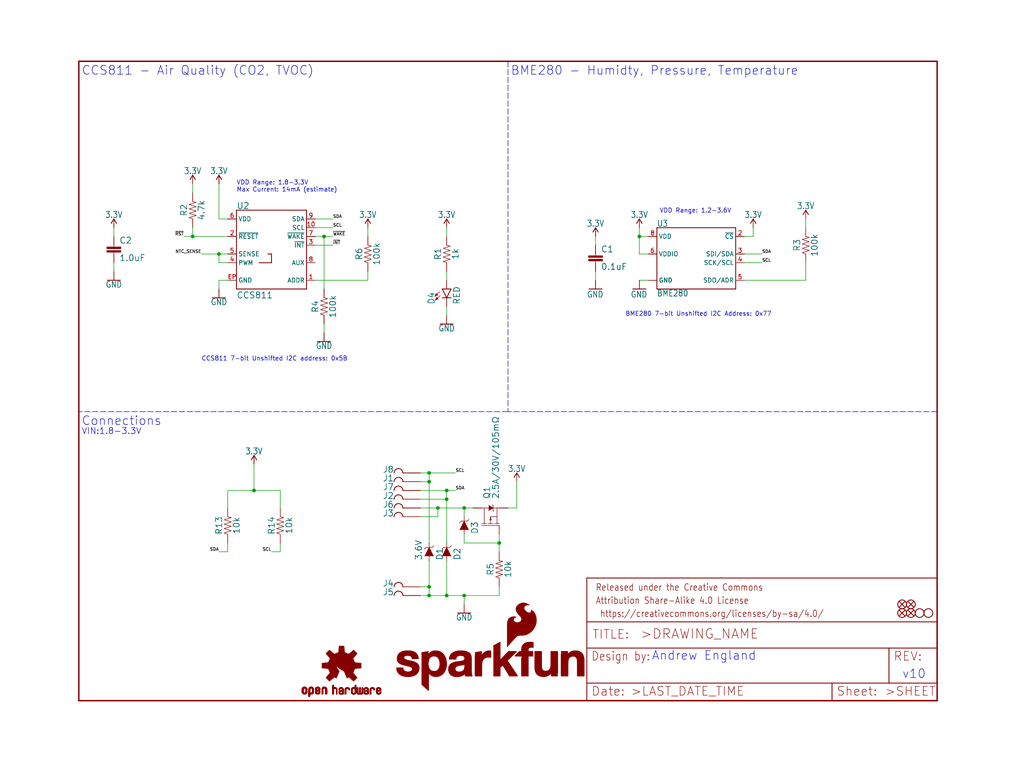
<source format=kicad_sch>
(kicad_sch (version 20211123) (generator eeschema)
  (paper "User" 297.002 223.926)
  (lib_symbols
    (symbol "eagleSchem-eagle-import:0.1UF-0603-25V-(+80{slash}-20%)"
      (property "Reference" "C" (at 1.524 2.921 0))
      (property "Value" "0.1UF-0603-25V-(+80{slash}-20%)" (at 1.524 -2.159 0))
      (symbol "0.1UF-0603-25V-(+80{slash}-20%)_1_0"
        (pin passive line (at 0 5.08 270) (length 2.54) (name "1") (number "1"))
        (pin passive line (at 0 -2.54 90) (length 2.54) (name "2") (number "2"))
      )
    )
    (symbol "eagleSchem-eagle-import:1.0UF-0603-16V-10%"
      (property "Reference" "C" (at 1.524 2.921 0))
      (property "Value" "1.0UF-0603-16V-10%" (at 1.524 -2.159 0))
      (symbol "1.0UF-0603-16V-10%_1_0"
        (pin passive line (at 0 5.08 270) (length 2.54) (name "1") (number "1"))
        (pin passive line (at 0 -2.54 90) (length 2.54) (name "2") (number "2"))
      )
    )
    (symbol "eagleSchem-eagle-import:100KOHM-0603-1{slash}10W-1%"
      (property "Reference" "R" (at 0 1.524 0))
      (property "Value" "100KOHM-0603-1{slash}10W-1%" (at 0 -1.524 0))
      (symbol "100KOHM-0603-1{slash}10W-1%_1_0"
        (pin passive line (at -5.08 0 0) (length 2.54) (name "1") (number "1"))
        (pin passive line (at 5.08 0 180) (length 2.54) (name "2") (number "2"))
      )
    )
    (symbol "eagleSchem-eagle-import:10KOHM-0603-1{slash}10W-1%"
      (property "Reference" "R" (at 0 1.524 0))
      (property "Value" "10KOHM-0603-1{slash}10W-1%" (at 0 -1.524 0))
      (symbol "10KOHM-0603-1{slash}10W-1%_1_0"
        (pin passive line (at -5.08 0 0) (length 2.54) (name "1") (number "1"))
        (pin passive line (at 5.08 0 180) (length 2.54) (name "2") (number "2"))
      )
    )
    (symbol "eagleSchem-eagle-import:1KOHM-0603-1{slash}10W-1%"
      (property "Reference" "R" (at 0 1.524 0))
      (property "Value" "1KOHM-0603-1{slash}10W-1%" (at 0 -1.524 0))
      (symbol "1KOHM-0603-1{slash}10W-1%_1_0"
        (pin passive line (at -5.08 0 0) (length 2.54) (name "1") (number "1"))
        (pin passive line (at 5.08 0 180) (length 2.54) (name "2") (number "2"))
      )
    )
    (symbol "eagleSchem-eagle-import:3.3V" (power)
      (property "Value" "3.3V" (at 0 2.794 0))
      (symbol "3.3V_1_0"
        (pin power_in line (at 0 0 90) (length 2.54) (name "3.3V") (number "1"))
      )
    )
    (symbol "eagleSchem-eagle-import:4.7KOHM-0603-1{slash}10W-1%"
      (property "Reference" "R" (at 0 1.524 0))
      (property "Value" "4.7KOHM-0603-1{slash}10W-1%" (at 0 -1.524 0))
      (symbol "4.7KOHM-0603-1{slash}10W-1%_1_0"
        (pin passive line (at -5.08 0 0) (length 2.54) (name "1") (number "1"))
        (pin passive line (at 5.08 0 180) (length 2.54) (name "2") (number "2"))
      )
    )
    (symbol "eagleSchem-eagle-import:BME280"
      (property "Reference" "U" (at -10.16 7.874 0))
      (property "Value" "BME280" (at -10.16 -10.414 0))
      (symbol "BME280_1_0"
        (pin bidirectional line (at -12.7 -7.62 0) (length 2.54) (name "GND") (number "1"))
        (pin bidirectional line (at 15.24 5.08 180) (length 2.54) (name "~{CS}") (number "2"))
        (pin bidirectional line (at 15.24 0 180) (length 2.54) (name "SDI/SDA") (number "3"))
        (pin bidirectional line (at 15.24 -2.54 180) (length 2.54) (name "SCK/SCL") (number "4"))
        (pin bidirectional line (at 15.24 -7.62 180) (length 2.54) (name "SDO/ADR") (number "5"))
        (pin bidirectional line (at -12.7 0 0) (length 2.54) (name "VDDIO") (number "6"))
        (pin bidirectional line (at -12.7 -7.62 0) (length 2.54) (name "GND") (number "7"))
        (pin bidirectional line (at -12.7 5.08 0) (length 2.54) (name "VDD") (number "8"))
      )
    )
    (symbol "eagleSchem-eagle-import:CCS811PRODUCTION"
      (property "Reference" "U" (at -10.16 10.414 0))
      (property "Value" "CCS811PRODUCTION" (at -10.16 -15.494 0))
      (symbol "CCS811PRODUCTION_1_0"
        (pin bidirectional line (at 12.7 -10.16 180) (length 2.54) (name "ADDR") (number "1"))
        (pin bidirectional line (at 12.7 5.08 180) (length 2.54) (name "SCL") (number "10"))
        (pin bidirectional line (at -12.7 2.54 0) (length 2.54) (name "~{RESET}") (number "2"))
        (pin bidirectional line (at 12.7 0 180) (length 2.54) (name "~{INT}") (number "3"))
        (pin bidirectional line (at -12.7 -5.08 0) (length 2.54) (name "PWM") (number "4"))
        (pin bidirectional line (at -12.7 -2.54 0) (length 2.54) (name "SENSE") (number "5"))
        (pin bidirectional line (at -12.7 7.62 0) (length 2.54) (name "VDD") (number "6"))
        (pin bidirectional line (at 12.7 2.54 180) (length 2.54) (name "~{WAKE}") (number "7"))
        (pin bidirectional line (at 12.7 -5.08 180) (length 2.54) (name "AUX") (number "8"))
        (pin bidirectional line (at 12.7 7.62 180) (length 2.54) (name "SDA") (number "9"))
        (pin bidirectional line (at -12.7 -10.16 0) (length 2.54) (name "GND") (number "EP"))
      )
    )
    (symbol "eagleSchem-eagle-import:DIODE-ZENER-BZT52C3V6S"
      (property "Reference" "D" (at -2.54 2.032 0))
      (property "Value" "DIODE-ZENER-BZT52C3V6S" (at -2.54 -2.032 0))
      (symbol "DIODE-ZENER-BZT52C3V6S_1_0"
        (pin passive line (at -2.54 0 0) (length 0) (name "A") (number "A"))
        (pin passive line (at 2.54 0 180) (length 0) (name "C") (number "C"))
      )
    )
    (symbol "eagleSchem-eagle-import:FIDUCIAL1X2")
    (symbol "eagleSchem-eagle-import:FRAME-LETTER"
      (symbol "FRAME-LETTER_2_0"
        (text " https://creativecommons.org/licenses/by-sa/4.0/" (at 2.54 24.13 0) (effects (font (size 1.9304 1.6408)) (justify left bottom)))
        (text ">DRAWING_NAME" (at 15.494 17.78 0) (effects (font (size 2.7432 2.7432)) (justify left bottom)))
        (text ">LAST_DATE_TIME" (at 12.7 1.27 0) (effects (font (size 2.54 2.54)) (justify left bottom)))
        (text ">SHEET" (at 86.36 1.27 0) (effects (font (size 2.54 2.54)) (justify left bottom)))
        (text "Attribution Share-Alike 4.0 License" (at 2.54 27.94 0) (effects (font (size 1.9304 1.6408)) (justify left bottom)))
        (text "Date:" (at 1.27 1.27 0) (effects (font (size 2.54 2.54)) (justify left bottom)))
        (text "Design by:" (at 1.27 11.43 0) (effects (font (size 2.54 2.159)) (justify left bottom)))
        (text "Released under the Creative Commons" (at 2.54 31.75 0) (effects (font (size 1.9304 1.6408)) (justify left bottom)))
        (text "REV:" (at 88.9 11.43 0) (effects (font (size 2.54 2.54)) (justify left bottom)))
        (text "Sheet:" (at 72.39 1.27 0) (effects (font (size 2.54 2.54)) (justify left bottom)))
        (text "TITLE:" (at 1.524 17.78 0) (effects (font (size 2.54 2.54)) (justify left bottom)))
      )
    )
    (symbol "eagleSchem-eagle-import:GATORGATOR_MINI"
      (property "Reference" "J" (at 0 2.54 0))
      (property "Value" "GATORGATOR_MINI" (at -2.54 -5.08 0))
      (symbol "GATORGATOR_MINI_1_0"
        (pin bidirectional line (at -2.54 0 0) (length 5.08) (name "P$1") (number "P$2"))
      )
    )
    (symbol "eagleSchem-eagle-import:GND" (power)
      (property "Value" "GND" (at 0 -0.254 0))
      (symbol "GND_1_0"
        (pin power_in line (at 0 2.54 270) (length 2.54) (name "GND") (number "1"))
      )
    )
    (symbol "eagleSchem-eagle-import:LED-RED0603"
      (property "Reference" "D" (at -3.429 -4.572 90))
      (property "Value" "LED-RED0603" (at 1.905 -4.572 90))
      (symbol "LED-RED0603_1_0"
        (pin passive line (at 0 2.54 270) (length 2.54) (name "A") (number "A"))
        (pin passive line (at 0 -5.08 90) (length 2.54) (name "C") (number "C"))
      )
    )
    (symbol "eagleSchem-eagle-import:MOSFET_PCH-DMG2307L"
      (property "Reference" "Q" (at 5.08 0 0))
      (property "Value" "MOSFET_PCH-DMG2307L" (at 5.08 -2.54 0))
      (symbol "MOSFET_PCH-DMG2307L_1_0"
        (pin bidirectional line (at -5.08 -2.54 0) (length 2.54) (name "G") (number "1"))
        (pin bidirectional line (at 2.54 -5.08 90) (length 2.54) (name "S") (number "2"))
        (pin bidirectional line (at 2.54 5.08 270) (length 2.54) (name "D") (number "3"))
      )
    )
    (symbol "eagleSchem-eagle-import:OSHW-LOGOS")
    (symbol "eagleSchem-eagle-import:SFE_LOGO_NAME.1_INCH")
    (symbol "eagleSchem-eagle-import:SFE_LOGO_NAME_FLAME.1_INCH")
    (symbol "eagleSchem-eagle-import:STAND-OFF")
  )
  (junction (at 124.46 137.16))
  (junction (at 129.54 172.72))
  (junction (at 127 147.32))
  (junction (at 134.62 172.72))
  (junction (at 124.46 139.7))
  (junction (at 144.78 157.48))
  (junction (at 129.54 144.78))
  (junction (at 73.66 142.24))
  (junction (at 63.5 73.66))
  (junction (at 134.62 147.32))
  (junction (at 185.42 68.58))
  (junction (at 124.46 170.18))
  (junction (at 93.98 68.58))
  (junction (at 129.54 142.24))
  (junction (at 55.88 68.58))
  (junction (at 124.46 172.72))
  (wire (pts (xy 121.92 139.7) (xy 124.46 139.7)))
  (wire (pts (xy 66.04 81.28) (xy 63.5 81.28)))
  (wire (pts (xy 93.98 68.58) (xy 96.52 68.58)))
  (wire (pts (xy 124.46 172.72) (xy 129.54 172.72)))
  (wire (pts (xy 149.86 147.32) (xy 147.32 147.32)))
  (wire (pts (xy 63.5 76.2) (xy 66.04 76.2)))
  (wire (pts (xy 129.54 68.58) (xy 129.54 66.04)))
  (wire (pts (xy 187.96 73.66) (xy 185.42 73.66)))
  (wire (pts (xy 124.46 137.16) (xy 132.08 137.16)))
  (wire (pts (xy 129.54 172.72) (xy 129.54 162.56)))
  (wire (pts (xy 233.68 63.5) (xy 233.68 66.04)))
  (polyline (pts (xy 147.32 119.38) (xy 22.86 119.38)))
  (wire (pts (xy 129.54 142.24) (xy 129.54 144.78)))
  (wire (pts (xy 124.46 170.18) (xy 121.92 170.18)))
  (wire (pts (xy 81.28 147.32) (xy 81.28 142.24)))
  (wire (pts (xy 218.44 66.04) (xy 218.44 68.58)))
  (wire (pts (xy 185.42 73.66) (xy 185.42 68.58)))
  (wire (pts (xy 215.9 81.28) (xy 233.68 81.28)))
  (wire (pts (xy 66.04 73.66) (xy 63.5 73.66)))
  (wire (pts (xy 66.04 142.24) (xy 73.66 142.24)))
  (wire (pts (xy 91.44 81.28) (xy 106.68 81.28)))
  (wire (pts (xy 215.9 76.2) (xy 220.98 76.2)))
  (wire (pts (xy 93.98 83.82) (xy 93.98 68.58)))
  (wire (pts (xy 33.02 78.74) (xy 33.02 76.2)))
  (wire (pts (xy 121.92 137.16) (xy 124.46 137.16)))
  (wire (pts (xy 121.92 144.78) (xy 129.54 144.78)))
  (wire (pts (xy 187.96 81.28) (xy 185.42 81.28)))
  (wire (pts (xy 106.68 81.28) (xy 106.68 78.74)))
  (wire (pts (xy 66.04 157.48) (xy 66.04 160.02)))
  (wire (pts (xy 121.92 172.72) (xy 124.46 172.72)))
  (wire (pts (xy 63.5 160.02) (xy 66.04 160.02)))
  (polyline (pts (xy 271.78 119.38) (xy 147.32 119.38)))
  (wire (pts (xy 63.5 73.66) (xy 58.42 73.66)))
  (wire (pts (xy 121.92 142.24) (xy 129.54 142.24)))
  (wire (pts (xy 66.04 63.5) (xy 63.5 63.5)))
  (wire (pts (xy 149.86 139.7) (xy 149.86 147.32)))
  (wire (pts (xy 144.78 157.48) (xy 144.78 154.94)))
  (wire (pts (xy 66.04 68.58) (xy 55.88 68.58)))
  (wire (pts (xy 185.42 68.58) (xy 185.42 66.04)))
  (wire (pts (xy 137.16 147.32) (xy 134.62 147.32)))
  (wire (pts (xy 144.78 170.18) (xy 144.78 172.72)))
  (wire (pts (xy 91.44 63.5) (xy 96.52 63.5)))
  (wire (pts (xy 66.04 147.32) (xy 66.04 142.24)))
  (wire (pts (xy 129.54 172.72) (xy 134.62 172.72)))
  (wire (pts (xy 124.46 137.16) (xy 124.46 139.7)))
  (wire (pts (xy 55.88 68.58) (xy 53.34 68.58)))
  (wire (pts (xy 73.66 142.24) (xy 81.28 142.24)))
  (wire (pts (xy 63.5 63.5) (xy 63.5 53.34)))
  (wire (pts (xy 134.62 172.72) (xy 134.62 175.26)))
  (wire (pts (xy 172.72 71.12) (xy 172.72 68.58)))
  (wire (pts (xy 91.44 68.58) (xy 93.98 68.58)))
  (wire (pts (xy 215.9 73.66) (xy 220.98 73.66)))
  (wire (pts (xy 106.68 66.04) (xy 106.68 68.58)))
  (wire (pts (xy 81.28 157.48) (xy 81.28 160.02)))
  (wire (pts (xy 144.78 172.72) (xy 134.62 172.72)))
  (wire (pts (xy 124.46 172.72) (xy 124.46 170.18)))
  (wire (pts (xy 129.54 142.24) (xy 132.08 142.24)))
  (wire (pts (xy 93.98 96.52) (xy 93.98 93.98)))
  (wire (pts (xy 127 147.32) (xy 134.62 147.32)))
  (wire (pts (xy 129.54 78.74) (xy 129.54 81.28)))
  (wire (pts (xy 233.68 81.28) (xy 233.68 76.2)))
  (wire (pts (xy 134.62 157.48) (xy 144.78 157.48)))
  (wire (pts (xy 129.54 88.9) (xy 129.54 91.44)))
  (wire (pts (xy 129.54 144.78) (xy 129.54 157.48)))
  (wire (pts (xy 33.02 66.04) (xy 33.02 68.58)))
  (wire (pts (xy 144.78 157.48) (xy 144.78 160.02)))
  (polyline (pts (xy 147.32 17.78) (xy 147.32 119.38)))
  (wire (pts (xy 121.92 147.32) (xy 127 147.32)))
  (wire (pts (xy 127 149.86) (xy 127 147.32)))
  (wire (pts (xy 134.62 154.94) (xy 134.62 157.48)))
  (wire (pts (xy 134.62 147.32) (xy 134.62 149.86)))
  (wire (pts (xy 63.5 81.28) (xy 63.5 83.82)))
  (wire (pts (xy 124.46 170.18) (xy 124.46 162.56)))
  (wire (pts (xy 73.66 134.62) (xy 73.66 142.24)))
  (wire (pts (xy 185.42 68.58) (xy 187.96 68.58)))
  (wire (pts (xy 124.46 139.7) (xy 124.46 157.48)))
  (wire (pts (xy 81.28 160.02) (xy 78.74 160.02)))
  (wire (pts (xy 121.92 149.86) (xy 127 149.86)))
  (wire (pts (xy 63.5 73.66) (xy 63.5 76.2)))
  (wire (pts (xy 172.72 81.28) (xy 172.72 78.74)))
  (wire (pts (xy 215.9 68.58) (xy 218.44 68.58)))
  (wire (pts (xy 55.88 68.58) (xy 55.88 66.04)))
  (wire (pts (xy 55.88 53.34) (xy 55.88 55.88)))
  (wire (pts (xy 91.44 71.12) (xy 96.52 71.12)))
  (wire (pts (xy 91.44 66.04) (xy 96.52 66.04)))
  (text "Connections" (at 23.622 123.698 180) (effects (font (size 2.54 2.54)) (justify left bottom)))
  (text "BME280 - Humidty, Pressure, Temperature" (at 148.082 22.098 180) (effects (font (size 2.54 2.54)) (justify left bottom)))
  (text "CCS811 - Air Quality (CO2, TVOC)" (at 23.622 22.098 180) (effects (font (size 2.54 2.54)) (justify left bottom)))
  (text "VIN:1.8-3.3V" (at 23.622 126.238 180) (effects (font (size 1.778 1.778)) (justify left bottom)))
  (text "v10" (at 261.62 195.58 180) (effects (font (size 2.54 2.54)) (justify left)))
  (text "VDD Range: 1.2-3.6V" (at 191.262 61.976 180) (effects (font (size 1.27 1.27)) (justify left bottom)))
  (text "BME280 7-bit Unshifted I2C Address: 0x77" (at 181.356 90.424 180) (effects (font (size 1.27 1.27)) (justify left top)))
  (text "Andrew England" (at 188.976 191.77 180) (effects (font (size 2.54 2.54)) (justify left bottom)))
  (text "VDD Range: 1.8-3.3V\nMax Current: 14mA (estimate)" (at 68.58 55.88 180) (effects (font (size 1.27 1.27)) (justify left bottom)))
  (text "CCS811 7-bit Unshifted I2C address: 0x5B" (at 58.42 104.14 180) (effects (font (size 1.27 1.27)) (justify left)))
  (label "SDA" (at 220.98 73.66 0) (effects (font (size 0.889 0.889))))
  (label "SDA" (at 96.52 63.5 0) (effects (font (size 0.889 0.889))))
  (label "SCL" (at 78.74 160.02 180) (effects (font (size 0.889 0.889))))
  (label "SCL" (at 96.52 66.04 0) (effects (font (size 0.889 0.889))))
  (label "~{INT}" (at 96.52 71.12 0) (effects (font (size 0.889 0.889))))
  (label "SDA" (at 63.5 160.02 180) (effects (font (size 0.889 0.889))))
  (label "SDA" (at 132.08 142.24 0) (effects (font (size 0.889 0.889))))
  (label "SCL" (at 220.98 76.2 0) (effects (font (size 0.889 0.889))))
  (label "SCL" (at 132.08 137.16 0) (effects (font (size 0.889 0.889))))
  (label "NTC_SENSE" (at 58.42 73.66 180) (effects (font (size 0.889 0.889))))
  (label "~{RST}" (at 53.34 68.58 180) (effects (font (size 0.889 0.889))))
  (label "~{WAKE}" (at 96.52 68.58 0) (effects (font (size 0.889 0.889))))
  (symbol (lib_id "eagleSchem-eagle-import:STAND-OFF") (at 269.24 177.8 0) (unit 1)
    (property "Reference" "H4" (effects hide))
    (property "Value" "STAND-OFF" (effects hide))
    (property "Footprint" "eagleSchem:STAND-OFF" (effects hide))
  )
  (symbol (lib_id "eagleSchem-eagle-import:4.7KOHM-0603-1{slash}10W-1%") (at 55.88 60.96 90) (unit 1)
    (property "Reference" "R2" (at 54.356 60.96 0) (effects (font (size 1.778 1.778)) (justify bottom)))
    (property "Value" "4.7k" (at 57.404 60.96 0) (effects (font (size 1.778 1.778)) (justify top)))
    (property "Footprint" "eagleSchem:0603" (effects hide))
  )
  (symbol (lib_id "eagleSchem-eagle-import:CCS811PRODUCTION") (at 78.74 71.12 0) (unit 1)
    (property "Reference" "U2" (at 68.58 60.706 0) (effects (font (size 1.778 1.778)) (justify left bottom)))
    (property "Value" "CCS811" (at 68.58 86.614 0) (effects (font (size 1.778 1.778)) (justify left bottom)))
    (property "Footprint" "eagleSchem:LGA10" (effects hide))
  )
  (symbol (lib_id "eagleSchem-eagle-import:100KOHM-0603-1{slash}10W-1%") (at 106.68 73.66 90) (unit 1)
    (property "Reference" "R6" (at 105.156 73.66 0) (effects (font (size 1.778 1.778)) (justify bottom)))
    (property "Value" "100k" (at 108.204 73.66 0) (effects (font (size 1.778 1.778)) (justify top)))
    (property "Footprint" "eagleSchem:0603" (effects hide))
  )
  (symbol (lib_id "eagleSchem-eagle-import:3.3V") (at 55.88 53.34 0) (unit 1)
    (property "Reference" "#SUPPLY2" (effects hide))
    (property "Value" "3.3V" (at 55.88 50.546 0) (effects (font (size 1.778 1.5113)) (justify bottom)))
    (property "Footprint" "eagleSchem:" (effects hide))
  )
  (symbol (lib_id "eagleSchem-eagle-import:BME280") (at 200.66 73.66 0) (unit 1)
    (property "Reference" "U3" (at 190.5 65.786 0) (effects (font (size 1.778 1.5113)) (justify left bottom)))
    (property "Value" "BME280" (at 190.5 84.074 0) (effects (font (size 1.778 1.5113)) (justify left top)))
    (property "Footprint" "eagleSchem:LGA-8-2.5X2.5" (effects hide))
  )
  (symbol (lib_id "eagleSchem-eagle-import:3.3V") (at 172.72 68.58 0) (unit 1)
    (property "Reference" "#SUPPLY14" (effects hide))
    (property "Value" "3.3V" (at 172.72 65.786 0) (effects (font (size 1.778 1.5113)) (justify bottom)))
    (property "Footprint" "eagleSchem:" (effects hide))
  )
  (symbol (lib_id "eagleSchem-eagle-import:GND") (at 185.42 83.82 0) (unit 1)
    (property "Reference" "#GND2" (effects hide))
    (property "Value" "GND" (at 182.88 86.36 0) (effects (font (size 1.778 1.5113)) (justify left bottom)))
    (property "Footprint" "eagleSchem:" (effects hide))
  )
  (symbol (lib_id "eagleSchem-eagle-import:GND") (at 134.62 177.8 0) (unit 1)
    (property "Reference" "#GND1" (effects hide))
    (property "Value" "GND" (at 134.62 178.054 0) (effects (font (size 1.778 1.5113)) (justify top)))
    (property "Footprint" "eagleSchem:" (effects hide))
  )
  (symbol (lib_id "eagleSchem-eagle-import:GND") (at 93.98 99.06 0) (unit 1)
    (property "Reference" "#GND5" (effects hide))
    (property "Value" "GND" (at 93.98 99.314 0) (effects (font (size 1.778 1.5113)) (justify top)))
    (property "Footprint" "eagleSchem:" (effects hide))
  )
  (symbol (lib_id "eagleSchem-eagle-import:FIDUCIAL1X2") (at 264.16 175.26 0) (unit 1)
    (property "Reference" "FD3" (effects hide))
    (property "Value" "FIDUCIAL1X2" (effects hide))
    (property "Footprint" "eagleSchem:FIDUCIAL-1X2" (effects hide))
  )
  (symbol (lib_id "eagleSchem-eagle-import:DIODE-ZENER-BZT52C3V6S") (at 129.54 160.02 270) (mirror x) (unit 1)
    (property "Reference" "D2" (at 131.572 162.56 0) (effects (font (size 1.778 1.778)) (justify left bottom)))
    (property "Value" "3.6V" (effects hide))
    (property "Footprint" "eagleSchem:SOD-323" (effects hide))
  )
  (symbol (lib_id "eagleSchem-eagle-import:GATORGATOR_MINI") (at 119.38 147.32 0) (mirror y) (unit 1)
    (property "Reference" "J6" (at 114.3 147.32 0) (effects (font (size 1.778 1.778)) (justify left bottom)))
    (property "Value" "GATORGATOR_MINI" (effects hide))
    (property "Footprint" "eagleSchem:GATOR_MINI" (effects hide))
  )
  (symbol (lib_id "eagleSchem-eagle-import:MOSFET_PCH-DMG2307L") (at 142.24 149.86 90) (unit 1)
    (property "Reference" "Q1" (at 142.24 144.78 0) (effects (font (size 1.778 1.778)) (justify left bottom)))
    (property "Value" "2.5A/30V/105mΩ" (at 144.78 144.78 0) (effects (font (size 1.778 1.778)) (justify left bottom)))
    (property "Footprint" "eagleSchem:SOT23-3" (effects hide))
  )
  (symbol (lib_id "eagleSchem-eagle-import:FIDUCIAL1X2") (at 261.62 175.26 0) (unit 1)
    (property "Reference" "FD2" (effects hide))
    (property "Value" "FIDUCIAL1X2" (effects hide))
    (property "Footprint" "eagleSchem:FIDUCIAL-1X2" (effects hide))
  )
  (symbol (lib_id "eagleSchem-eagle-import:GATORGATOR_MINI") (at 119.38 139.7 0) (mirror y) (unit 1)
    (property "Reference" "J1" (at 114.3 139.7 0) (effects (font (size 1.778 1.778)) (justify left bottom)))
    (property "Value" "GATORGATOR_MINI" (effects hide))
    (property "Footprint" "eagleSchem:GATOR_MINI" (effects hide))
  )
  (symbol (lib_id "eagleSchem-eagle-import:GATORGATOR_MINI") (at 119.38 149.86 0) (mirror y) (unit 1)
    (property "Reference" "J3" (at 114.3 149.86 0) (effects (font (size 1.778 1.778)) (justify left bottom)))
    (property "Value" "GATORGATOR_MINI" (effects hide))
    (property "Footprint" "eagleSchem:GATOR_MINI" (effects hide))
  )
  (symbol (lib_id "eagleSchem-eagle-import:GATORGATOR_MINI") (at 119.38 170.18 0) (mirror y) (unit 1)
    (property "Reference" "J4" (at 114.3 170.18 0) (effects (font (size 1.778 1.778)) (justify left bottom)))
    (property "Value" "GATORGATOR_MINI" (effects hide))
    (property "Footprint" "eagleSchem:GATOR_MINI" (effects hide))
  )
  (symbol (lib_id "eagleSchem-eagle-import:OSHW-LOGOS") (at 99.06 193.04 0) (unit 1)
    (property "Reference" "LOGO4" (effects hide))
    (property "Value" "OSHW-LOGOS" (effects hide))
    (property "Footprint" "eagleSchem:OSHW-LOGO-S" (effects hide))
  )
  (symbol (lib_id "eagleSchem-eagle-import:3.3V") (at 149.86 139.7 0) (unit 1)
    (property "Reference" "#SUPPLY4" (effects hide))
    (property "Value" "3.3V" (at 149.86 136.906 0) (effects (font (size 1.778 1.5113)) (justify bottom)))
    (property "Footprint" "eagleSchem:" (effects hide))
  )
  (symbol (lib_id "eagleSchem-eagle-import:10KOHM-0603-1{slash}10W-1%") (at 144.78 165.1 90) (unit 1)
    (property "Reference" "R5" (at 143.256 165.1 0) (effects (font (size 1.778 1.778)) (justify bottom)))
    (property "Value" "10k" (at 146.304 165.1 0) (effects (font (size 1.778 1.778)) (justify top)))
    (property "Footprint" "eagleSchem:0603" (effects hide))
  )
  (symbol (lib_id "eagleSchem-eagle-import:0.1UF-0603-25V-(+80{slash}-20%)") (at 172.72 76.2 0) (unit 1)
    (property "Reference" "C1" (at 174.244 73.279 0) (effects (font (size 1.778 1.778)) (justify left bottom)))
    (property "Value" "0.1uF" (at 174.244 78.359 0) (effects (font (size 1.778 1.778)) (justify left bottom)))
    (property "Footprint" "eagleSchem:0603" (effects hide))
  )
  (symbol (lib_id "eagleSchem-eagle-import:3.3V") (at 33.02 66.04 0) (unit 1)
    (property "Reference" "#SUPPLY9" (effects hide))
    (property "Value" "3.3V" (at 33.02 63.246 0) (effects (font (size 1.778 1.5113)) (justify bottom)))
    (property "Footprint" "eagleSchem:" (effects hide))
  )
  (symbol (lib_id "eagleSchem-eagle-import:3.3V") (at 73.66 134.62 0) (unit 1)
    (property "Reference" "#SUPPLY18" (effects hide))
    (property "Value" "3.3V" (at 73.66 131.826 0) (effects (font (size 1.778 1.5113)) (justify bottom)))
    (property "Footprint" "eagleSchem:" (effects hide))
  )
  (symbol (lib_id "eagleSchem-eagle-import:GATORGATOR_MINI") (at 119.38 172.72 0) (mirror y) (unit 1)
    (property "Reference" "J5" (at 114.3 172.72 0) (effects (font (size 1.778 1.778)) (justify left bottom)))
    (property "Value" "GATORGATOR_MINI" (effects hide))
    (property "Footprint" "eagleSchem:GATOR_MINI" (effects hide))
  )
  (symbol (lib_id "eagleSchem-eagle-import:100KOHM-0603-1{slash}10W-1%") (at 233.68 71.12 90) (unit 1)
    (property "Reference" "R3" (at 232.156 71.12 0) (effects (font (size 1.778 1.778)) (justify bottom)))
    (property "Value" "100k" (at 235.204 71.12 0) (effects (font (size 1.778 1.778)) (justify top)))
    (property "Footprint" "eagleSchem:0603" (effects hide))
  )
  (symbol (lib_id "eagleSchem-eagle-import:3.3V") (at 185.42 66.04 0) (unit 1)
    (property "Reference" "#SUPPLY10" (effects hide))
    (property "Value" "3.3V" (at 185.42 63.246 0) (effects (font (size 1.778 1.5113)) (justify bottom)))
    (property "Footprint" "eagleSchem:" (effects hide))
  )
  (symbol (lib_id "eagleSchem-eagle-import:FRAME-LETTER") (at 22.86 203.2 0) (unit 1)
    (property "Reference" "FRAME1" (effects hide))
    (property "Value" "FRAME-LETTER" (effects hide))
    (property "Footprint" "eagleSchem:CREATIVE_COMMONS" (effects hide))
  )
  (symbol (lib_id "eagleSchem-eagle-import:LED-RED0603") (at 129.54 83.82 0) (unit 1)
    (property "Reference" "D4" (at 126.111 88.392 90) (effects (font (size 1.778 1.778)) (justify left bottom)))
    (property "Value" "RED" (at 131.445 88.392 90) (effects (font (size 1.778 1.778)) (justify left top)))
    (property "Footprint" "eagleSchem:LED-0603" (effects hide))
  )
  (symbol (lib_id "eagleSchem-eagle-import:GATORGATOR_MINI") (at 119.38 137.16 0) (mirror y) (unit 1)
    (property "Reference" "J8" (at 114.3 137.16 0) (effects (font (size 1.778 1.778)) (justify left bottom)))
    (property "Value" "GATORGATOR_MINI" (effects hide))
    (property "Footprint" "eagleSchem:GATOR_MINI" (effects hide))
  )
  (symbol (lib_id "eagleSchem-eagle-import:SFE_LOGO_NAME.1_INCH") (at 113.03 200.152 0) (unit 1)
    (property "Reference" "LOGO1" (effects hide))
    (property "Value" "SFE_LOGO_NAME.1_INCH" (effects hide))
    (property "Footprint" "eagleSchem:SFE_LOGO_NAME_.1" (effects hide))
  )
  (symbol (lib_id "eagleSchem-eagle-import:10KOHM-0603-1{slash}10W-1%") (at 66.04 152.4 90) (unit 1)
    (property "Reference" "R13" (at 64.516 152.4 0) (effects (font (size 1.778 1.778)) (justify bottom)))
    (property "Value" "10k" (at 67.564 152.4 0) (effects (font (size 1.778 1.778)) (justify top)))
    (property "Footprint" "eagleSchem:0603" (effects hide))
  )
  (symbol (lib_id "eagleSchem-eagle-import:3.3V") (at 233.68 63.5 0) (unit 1)
    (property "Reference" "#SUPPLY6" (effects hide))
    (property "Value" "3.3V" (at 233.68 60.706 0) (effects (font (size 1.778 1.5113)) (justify bottom)))
    (property "Footprint" "eagleSchem:" (effects hide))
  )
  (symbol (lib_id "eagleSchem-eagle-import:SFE_LOGO_NAME_FLAME.1_INCH") (at 114.3 200.66 0) (unit 1)
    (property "Reference" "LOGO2" (effects hide))
    (property "Value" "SFE_LOGO_NAME_FLAME.1_INCH" (effects hide))
    (property "Footprint" "eagleSchem:SFE_LOGO_NAME_FLAME_.1" (effects hide))
  )
  (symbol (lib_id "eagleSchem-eagle-import:100KOHM-0603-1{slash}10W-1%") (at 93.98 88.9 90) (unit 1)
    (property "Reference" "R4" (at 92.456 88.9 0) (effects (font (size 1.778 1.778)) (justify bottom)))
    (property "Value" "100k" (at 95.504 88.9 0) (effects (font (size 1.778 1.778)) (justify top)))
    (property "Footprint" "eagleSchem:0603" (effects hide))
  )
  (symbol (lib_id "eagleSchem-eagle-import:GND") (at 63.5 86.36 0) (unit 1)
    (property "Reference" "#GND3" (effects hide))
    (property "Value" "GND" (at 63.5 86.614 0) (effects (font (size 1.778 1.5113)) (justify top)))
    (property "Footprint" "eagleSchem:" (effects hide))
  )
  (symbol (lib_id "eagleSchem-eagle-import:1.0UF-0603-16V-10%") (at 33.02 73.66 0) (unit 1)
    (property "Reference" "C2" (at 34.544 70.739 0) (effects (font (size 1.778 1.778)) (justify left bottom)))
    (property "Value" "1.0uF" (at 34.544 75.819 0) (effects (font (size 1.778 1.778)) (justify left bottom)))
    (property "Footprint" "eagleSchem:0603" (effects hide))
  )
  (symbol (lib_id "eagleSchem-eagle-import:GND") (at 33.02 81.28 0) (unit 1)
    (property "Reference" "#GND6" (effects hide))
    (property "Value" "GND" (at 33.02 81.534 0) (effects (font (size 1.778 1.5113)) (justify top)))
    (property "Footprint" "eagleSchem:" (effects hide))
  )
  (symbol (lib_id "eagleSchem-eagle-import:3.3V") (at 106.68 66.04 0) (unit 1)
    (property "Reference" "#SUPPLY11" (effects hide))
    (property "Value" "3.3V" (at 106.68 63.246 0) (effects (font (size 1.778 1.5113)) (justify bottom)))
    (property "Footprint" "eagleSchem:" (effects hide))
  )
  (symbol (lib_id "eagleSchem-eagle-import:GND") (at 172.72 83.82 0) (unit 1)
    (property "Reference" "#GND7" (effects hide))
    (property "Value" "GND" (at 170.18 86.36 0) (effects (font (size 1.778 1.5113)) (justify left bottom)))
    (property "Footprint" "eagleSchem:" (effects hide))
  )
  (symbol (lib_id "eagleSchem-eagle-import:3.3V") (at 218.44 66.04 0) (unit 1)
    (property "Reference" "#SUPPLY12" (effects hide))
    (property "Value" "3.3V" (at 218.44 63.246 0) (effects (font (size 1.778 1.5113)) (justify bottom)))
    (property "Footprint" "eagleSchem:" (effects hide))
  )
  (symbol (lib_id "eagleSchem-eagle-import:1KOHM-0603-1{slash}10W-1%") (at 129.54 73.66 90) (unit 1)
    (property "Reference" "R1" (at 128.016 73.66 0) (effects (font (size 1.778 1.778)) (justify bottom)))
    (property "Value" "1k" (at 131.064 73.66 0) (effects (font (size 1.778 1.778)) (justify top)))
    (property "Footprint" "eagleSchem:0603" (effects hide))
  )
  (symbol (lib_id "eagleSchem-eagle-import:DIODE-ZENER-BZT52C3V6S") (at 134.62 152.4 270) (mirror x) (unit 1)
    (property "Reference" "D3" (at 136.652 154.94 0) (effects (font (size 1.778 1.778)) (justify left bottom)))
    (property "Value" "3.6V" (effects hide))
    (property "Footprint" "eagleSchem:SOD-323" (effects hide))
  )
  (symbol (lib_id "eagleSchem-eagle-import:DIODE-ZENER-BZT52C3V6S") (at 124.46 160.02 270) (mirror x) (unit 1)
    (property "Reference" "D1" (at 126.492 162.56 0) (effects (font (size 1.778 1.778)) (justify left bottom)))
    (property "Value" "3.6V" (at 122.428 162.56 0) (effects (font (size 1.778 1.778)) (justify left top)))
    (property "Footprint" "eagleSchem:SOD-323" (effects hide))
  )
  (symbol (lib_id "eagleSchem-eagle-import:FRAME-LETTER") (at 170.18 203.2 0) (unit 2)
    (property "Reference" "FRAME1" (effects hide))
    (property "Value" "FRAME-LETTER" (effects hide))
    (property "Footprint" "eagleSchem:CREATIVE_COMMONS" (effects hide))
  )
  (symbol (lib_id "eagleSchem-eagle-import:GND") (at 129.54 93.98 0) (unit 1)
    (property "Reference" "#GND4" (effects hide))
    (property "Value" "GND" (at 129.54 94.234 0) (effects (font (size 1.778 1.5113)) (justify top)))
    (property "Footprint" "eagleSchem:" (effects hide))
  )
  (symbol (lib_id "eagleSchem-eagle-import:STAND-OFF") (at 266.7 177.8 0) (unit 1)
    (property "Reference" "H2" (effects hide))
    (property "Value" "STAND-OFF" (effects hide))
    (property "Footprint" "eagleSchem:STAND-OFF" (effects hide))
  )
  (symbol (lib_id "eagleSchem-eagle-import:GATORGATOR_MINI") (at 119.38 144.78 0) (mirror y) (unit 1)
    (property "Reference" "J2" (at 114.3 144.78 0) (effects (font (size 1.778 1.778)) (justify left bottom)))
    (property "Value" "GATORGATOR_MINI" (effects hide))
    (property "Footprint" "eagleSchem:GATOR_MINI" (effects hide))
  )
  (symbol (lib_id "eagleSchem-eagle-import:3.3V") (at 63.5 53.34 0) (unit 1)
    (property "Reference" "#SUPPLY3" (effects hide))
    (property "Value" "3.3V" (at 63.5 50.546 0) (effects (font (size 1.778 1.5113)) (justify bottom)))
    (property "Footprint" "eagleSchem:" (effects hide))
  )
  (symbol (lib_id "eagleSchem-eagle-import:3.3V") (at 129.54 66.04 0) (unit 1)
    (property "Reference" "#SUPPLY1" (effects hide))
    (property "Value" "3.3V" (at 129.54 63.246 0) (effects (font (size 1.778 1.5113)) (justify bottom)))
    (property "Footprint" "eagleSchem:" (effects hide))
  )
  (symbol (lib_id "eagleSchem-eagle-import:GATORGATOR_MINI") (at 119.38 142.24 0) (mirror y) (unit 1)
    (property "Reference" "J7" (at 114.3 142.24 0) (effects (font (size 1.778 1.778)) (justify left bottom)))
    (property "Value" "GATORGATOR_MINI" (effects hide))
    (property "Footprint" "eagleSchem:GATOR_MINI" (effects hide))
  )
  (symbol (lib_id "eagleSchem-eagle-import:FIDUCIAL1X2") (at 261.62 177.8 0) (unit 1)
    (property "Reference" "FD1" (effects hide))
    (property "Value" "FIDUCIAL1X2" (effects hide))
    (property "Footprint" "eagleSchem:FIDUCIAL-1X2" (effects hide))
  )
  (symbol (lib_id "eagleSchem-eagle-import:FIDUCIAL1X2") (at 264.16 177.8 0) (unit 1)
    (property "Reference" "FD4" (effects hide))
    (property "Value" "FIDUCIAL1X2" (effects hide))
    (property "Footprint" "eagleSchem:FIDUCIAL-1X2" (effects hide))
  )
  (symbol (lib_id "eagleSchem-eagle-import:10KOHM-0603-1{slash}10W-1%") (at 81.28 152.4 90) (unit 1)
    (property "Reference" "R14" (at 79.756 152.4 0) (effects (font (size 1.778 1.778)) (justify bottom)))
    (property "Value" "10k" (at 82.804 152.4 0) (effects (font (size 1.778 1.778)) (justify top)))
    (property "Footprint" "eagleSchem:0603" (effects hide))
  )
)
</source>
